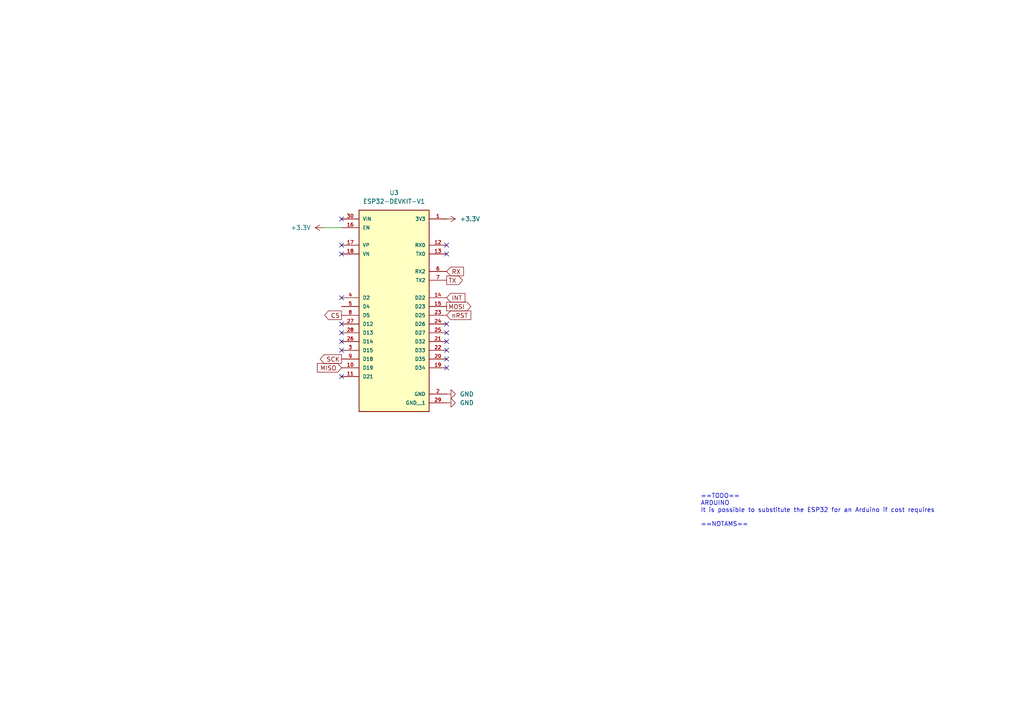
<source format=kicad_sch>
(kicad_sch
	(version 20231120)
	(generator "eeschema")
	(generator_version "8.0")
	(uuid "4d69bcd5-d629-4d6a-8a61-c418c88761fe")
	(paper "A4")
	(lib_symbols
		(symbol "ESP32-DEVKIT-V1:ESP32-DEVKIT-V1"
			(pin_names
				(offset 1.016)
			)
			(exclude_from_sim no)
			(in_bom yes)
			(on_board yes)
			(property "Reference" "U"
				(at -10.16 30.48 0)
				(effects
					(font
						(size 1.27 1.27)
					)
					(justify left top)
				)
			)
			(property "Value" "ESP32-DEVKIT-V1"
				(at -10.16 -33.02 0)
				(effects
					(font
						(size 1.27 1.27)
					)
					(justify left bottom)
				)
			)
			(property "Footprint" "ESP32-DEVKIT-V1:MODULE_ESP32_DEVKIT_V1"
				(at 0 0 0)
				(effects
					(font
						(size 1.27 1.27)
					)
					(justify bottom)
					(hide yes)
				)
			)
			(property "Datasheet" ""
				(at 0 0 0)
				(effects
					(font
						(size 1.27 1.27)
					)
					(hide yes)
				)
			)
			(property "Description" ""
				(at 0 0 0)
				(effects
					(font
						(size 1.27 1.27)
					)
					(hide yes)
				)
			)
			(property "MF" "Do it"
				(at 0 0 0)
				(effects
					(font
						(size 1.27 1.27)
					)
					(justify bottom)
					(hide yes)
				)
			)
			(property "MAXIMUM_PACKAGE_HEIGHT" "6.8 mm"
				(at 0 0 0)
				(effects
					(font
						(size 1.27 1.27)
					)
					(justify bottom)
					(hide yes)
				)
			)
			(property "Package" "None"
				(at 0 0 0)
				(effects
					(font
						(size 1.27 1.27)
					)
					(justify bottom)
					(hide yes)
				)
			)
			(property "Price" "None"
				(at 0 0 0)
				(effects
					(font
						(size 1.27 1.27)
					)
					(justify bottom)
					(hide yes)
				)
			)
			(property "Check_prices" "https://www.snapeda.com/parts/ESP32-DEVKIT-V1/Do+it/view-part/?ref=eda"
				(at 0 0 0)
				(effects
					(font
						(size 1.27 1.27)
					)
					(justify bottom)
					(hide yes)
				)
			)
			(property "STANDARD" "Manufacturer Recommendations"
				(at 0 0 0)
				(effects
					(font
						(size 1.27 1.27)
					)
					(justify bottom)
					(hide yes)
				)
			)
			(property "PARTREV" "N/A"
				(at 0 0 0)
				(effects
					(font
						(size 1.27 1.27)
					)
					(justify bottom)
					(hide yes)
				)
			)
			(property "SnapEDA_Link" "https://www.snapeda.com/parts/ESP32-DEVKIT-V1/Do+it/view-part/?ref=snap"
				(at 0 0 0)
				(effects
					(font
						(size 1.27 1.27)
					)
					(justify bottom)
					(hide yes)
				)
			)
			(property "MP" "ESP32-DEVKIT-V1"
				(at 0 0 0)
				(effects
					(font
						(size 1.27 1.27)
					)
					(justify bottom)
					(hide yes)
				)
			)
			(property "Description_1" "\nDual core, Wi-Fi: 2.4 GHz up to 150 Mbits/s,BLE (Bluetooth Low Energy) and legacy Bluetooth, 32 bits, Up to 240 MHz\n"
				(at 0 0 0)
				(effects
					(font
						(size 1.27 1.27)
					)
					(justify bottom)
					(hide yes)
				)
			)
			(property "Availability" "Not in stock"
				(at 0 0 0)
				(effects
					(font
						(size 1.27 1.27)
					)
					(justify bottom)
					(hide yes)
				)
			)
			(property "MANUFACTURER" "DOIT"
				(at 0 0 0)
				(effects
					(font
						(size 1.27 1.27)
					)
					(justify bottom)
					(hide yes)
				)
			)
			(symbol "ESP32-DEVKIT-V1_0_0"
				(rectangle
					(start -10.16 -30.48)
					(end 10.16 27.94)
					(stroke
						(width 0.254)
						(type default)
					)
					(fill
						(type background)
					)
				)
				(pin output line
					(at 15.24 25.4 180)
					(length 5.08)
					(name "3V3"
						(effects
							(font
								(size 1.016 1.016)
							)
						)
					)
					(number "1"
						(effects
							(font
								(size 1.016 1.016)
							)
						)
					)
				)
				(pin bidirectional line
					(at -15.24 -17.78 0)
					(length 5.08)
					(name "D19"
						(effects
							(font
								(size 1.016 1.016)
							)
						)
					)
					(number "10"
						(effects
							(font
								(size 1.016 1.016)
							)
						)
					)
				)
				(pin bidirectional line
					(at -15.24 -20.32 0)
					(length 5.08)
					(name "D21"
						(effects
							(font
								(size 1.016 1.016)
							)
						)
					)
					(number "11"
						(effects
							(font
								(size 1.016 1.016)
							)
						)
					)
				)
				(pin input line
					(at 15.24 17.78 180)
					(length 5.08)
					(name "RX0"
						(effects
							(font
								(size 1.016 1.016)
							)
						)
					)
					(number "12"
						(effects
							(font
								(size 1.016 1.016)
							)
						)
					)
				)
				(pin output line
					(at 15.24 15.24 180)
					(length 5.08)
					(name "TX0"
						(effects
							(font
								(size 1.016 1.016)
							)
						)
					)
					(number "13"
						(effects
							(font
								(size 1.016 1.016)
							)
						)
					)
				)
				(pin bidirectional line
					(at 15.24 2.54 180)
					(length 5.08)
					(name "D22"
						(effects
							(font
								(size 1.016 1.016)
							)
						)
					)
					(number "14"
						(effects
							(font
								(size 1.016 1.016)
							)
						)
					)
				)
				(pin bidirectional line
					(at 15.24 0 180)
					(length 5.08)
					(name "D23"
						(effects
							(font
								(size 1.016 1.016)
							)
						)
					)
					(number "15"
						(effects
							(font
								(size 1.016 1.016)
							)
						)
					)
				)
				(pin input line
					(at -15.24 22.86 0)
					(length 5.08)
					(name "EN"
						(effects
							(font
								(size 1.016 1.016)
							)
						)
					)
					(number "16"
						(effects
							(font
								(size 1.016 1.016)
							)
						)
					)
				)
				(pin bidirectional line
					(at -15.24 17.78 0)
					(length 5.08)
					(name "VP"
						(effects
							(font
								(size 1.016 1.016)
							)
						)
					)
					(number "17"
						(effects
							(font
								(size 1.016 1.016)
							)
						)
					)
				)
				(pin bidirectional line
					(at -15.24 15.24 0)
					(length 5.08)
					(name "VN"
						(effects
							(font
								(size 1.016 1.016)
							)
						)
					)
					(number "18"
						(effects
							(font
								(size 1.016 1.016)
							)
						)
					)
				)
				(pin bidirectional line
					(at 15.24 -17.78 180)
					(length 5.08)
					(name "D34"
						(effects
							(font
								(size 1.016 1.016)
							)
						)
					)
					(number "19"
						(effects
							(font
								(size 1.016 1.016)
							)
						)
					)
				)
				(pin power_in line
					(at 15.24 -25.4 180)
					(length 5.08)
					(name "GND"
						(effects
							(font
								(size 1.016 1.016)
							)
						)
					)
					(number "2"
						(effects
							(font
								(size 1.016 1.016)
							)
						)
					)
				)
				(pin bidirectional line
					(at 15.24 -15.24 180)
					(length 5.08)
					(name "D35"
						(effects
							(font
								(size 1.016 1.016)
							)
						)
					)
					(number "20"
						(effects
							(font
								(size 1.016 1.016)
							)
						)
					)
				)
				(pin bidirectional line
					(at 15.24 -10.16 180)
					(length 5.08)
					(name "D32"
						(effects
							(font
								(size 1.016 1.016)
							)
						)
					)
					(number "21"
						(effects
							(font
								(size 1.016 1.016)
							)
						)
					)
				)
				(pin bidirectional line
					(at 15.24 -12.7 180)
					(length 5.08)
					(name "D33"
						(effects
							(font
								(size 1.016 1.016)
							)
						)
					)
					(number "22"
						(effects
							(font
								(size 1.016 1.016)
							)
						)
					)
				)
				(pin bidirectional line
					(at 15.24 -2.54 180)
					(length 5.08)
					(name "D25"
						(effects
							(font
								(size 1.016 1.016)
							)
						)
					)
					(number "23"
						(effects
							(font
								(size 1.016 1.016)
							)
						)
					)
				)
				(pin bidirectional line
					(at 15.24 -5.08 180)
					(length 5.08)
					(name "D26"
						(effects
							(font
								(size 1.016 1.016)
							)
						)
					)
					(number "24"
						(effects
							(font
								(size 1.016 1.016)
							)
						)
					)
				)
				(pin bidirectional line
					(at 15.24 -7.62 180)
					(length 5.08)
					(name "D27"
						(effects
							(font
								(size 1.016 1.016)
							)
						)
					)
					(number "25"
						(effects
							(font
								(size 1.016 1.016)
							)
						)
					)
				)
				(pin bidirectional line
					(at -15.24 -10.16 0)
					(length 5.08)
					(name "D14"
						(effects
							(font
								(size 1.016 1.016)
							)
						)
					)
					(number "26"
						(effects
							(font
								(size 1.016 1.016)
							)
						)
					)
				)
				(pin bidirectional line
					(at -15.24 -5.08 0)
					(length 5.08)
					(name "D12"
						(effects
							(font
								(size 1.016 1.016)
							)
						)
					)
					(number "27"
						(effects
							(font
								(size 1.016 1.016)
							)
						)
					)
				)
				(pin bidirectional line
					(at -15.24 -7.62 0)
					(length 5.08)
					(name "D13"
						(effects
							(font
								(size 1.016 1.016)
							)
						)
					)
					(number "28"
						(effects
							(font
								(size 1.016 1.016)
							)
						)
					)
				)
				(pin power_in line
					(at 15.24 -27.94 180)
					(length 5.08)
					(name "GND__1"
						(effects
							(font
								(size 1.016 1.016)
							)
						)
					)
					(number "29"
						(effects
							(font
								(size 1.016 1.016)
							)
						)
					)
				)
				(pin bidirectional line
					(at -15.24 -12.7 0)
					(length 5.08)
					(name "D15"
						(effects
							(font
								(size 1.016 1.016)
							)
						)
					)
					(number "3"
						(effects
							(font
								(size 1.016 1.016)
							)
						)
					)
				)
				(pin input line
					(at -15.24 25.4 0)
					(length 5.08)
					(name "VIN"
						(effects
							(font
								(size 1.016 1.016)
							)
						)
					)
					(number "30"
						(effects
							(font
								(size 1.016 1.016)
							)
						)
					)
				)
				(pin bidirectional line
					(at -15.24 2.54 0)
					(length 5.08)
					(name "D2"
						(effects
							(font
								(size 1.016 1.016)
							)
						)
					)
					(number "4"
						(effects
							(font
								(size 1.016 1.016)
							)
						)
					)
				)
				(pin bidirectional line
					(at -15.24 0 0)
					(length 5.08)
					(name "D4"
						(effects
							(font
								(size 1.016 1.016)
							)
						)
					)
					(number "5"
						(effects
							(font
								(size 1.016 1.016)
							)
						)
					)
				)
				(pin input line
					(at 15.24 10.16 180)
					(length 5.08)
					(name "RX2"
						(effects
							(font
								(size 1.016 1.016)
							)
						)
					)
					(number "6"
						(effects
							(font
								(size 1.016 1.016)
							)
						)
					)
				)
				(pin output line
					(at 15.24 7.62 180)
					(length 5.08)
					(name "TX2"
						(effects
							(font
								(size 1.016 1.016)
							)
						)
					)
					(number "7"
						(effects
							(font
								(size 1.016 1.016)
							)
						)
					)
				)
				(pin bidirectional line
					(at -15.24 -2.54 0)
					(length 5.08)
					(name "D5"
						(effects
							(font
								(size 1.016 1.016)
							)
						)
					)
					(number "8"
						(effects
							(font
								(size 1.016 1.016)
							)
						)
					)
				)
				(pin bidirectional line
					(at -15.24 -15.24 0)
					(length 5.08)
					(name "D18"
						(effects
							(font
								(size 1.016 1.016)
							)
						)
					)
					(number "9"
						(effects
							(font
								(size 1.016 1.016)
							)
						)
					)
				)
			)
		)
		(symbol "power:+3.3V"
			(power)
			(pin_numbers hide)
			(pin_names
				(offset 0) hide)
			(exclude_from_sim no)
			(in_bom yes)
			(on_board yes)
			(property "Reference" "#PWR"
				(at 0 -3.81 0)
				(effects
					(font
						(size 1.27 1.27)
					)
					(hide yes)
				)
			)
			(property "Value" "+3.3V"
				(at 0 3.556 0)
				(effects
					(font
						(size 1.27 1.27)
					)
				)
			)
			(property "Footprint" ""
				(at 0 0 0)
				(effects
					(font
						(size 1.27 1.27)
					)
					(hide yes)
				)
			)
			(property "Datasheet" ""
				(at 0 0 0)
				(effects
					(font
						(size 1.27 1.27)
					)
					(hide yes)
				)
			)
			(property "Description" "Power symbol creates a global label with name \"+3.3V\""
				(at 0 0 0)
				(effects
					(font
						(size 1.27 1.27)
					)
					(hide yes)
				)
			)
			(property "ki_keywords" "global power"
				(at 0 0 0)
				(effects
					(font
						(size 1.27 1.27)
					)
					(hide yes)
				)
			)
			(symbol "+3.3V_0_1"
				(polyline
					(pts
						(xy -0.762 1.27) (xy 0 2.54)
					)
					(stroke
						(width 0)
						(type default)
					)
					(fill
						(type none)
					)
				)
				(polyline
					(pts
						(xy 0 0) (xy 0 2.54)
					)
					(stroke
						(width 0)
						(type default)
					)
					(fill
						(type none)
					)
				)
				(polyline
					(pts
						(xy 0 2.54) (xy 0.762 1.27)
					)
					(stroke
						(width 0)
						(type default)
					)
					(fill
						(type none)
					)
				)
			)
			(symbol "+3.3V_1_1"
				(pin power_in line
					(at 0 0 90)
					(length 0)
					(name "~"
						(effects
							(font
								(size 1.27 1.27)
							)
						)
					)
					(number "1"
						(effects
							(font
								(size 1.27 1.27)
							)
						)
					)
				)
			)
		)
		(symbol "power:GND"
			(power)
			(pin_numbers hide)
			(pin_names
				(offset 0) hide)
			(exclude_from_sim no)
			(in_bom yes)
			(on_board yes)
			(property "Reference" "#PWR"
				(at 0 -6.35 0)
				(effects
					(font
						(size 1.27 1.27)
					)
					(hide yes)
				)
			)
			(property "Value" "GND"
				(at 0 -3.81 0)
				(effects
					(font
						(size 1.27 1.27)
					)
				)
			)
			(property "Footprint" ""
				(at 0 0 0)
				(effects
					(font
						(size 1.27 1.27)
					)
					(hide yes)
				)
			)
			(property "Datasheet" ""
				(at 0 0 0)
				(effects
					(font
						(size 1.27 1.27)
					)
					(hide yes)
				)
			)
			(property "Description" "Power symbol creates a global label with name \"GND\" , ground"
				(at 0 0 0)
				(effects
					(font
						(size 1.27 1.27)
					)
					(hide yes)
				)
			)
			(property "ki_keywords" "global power"
				(at 0 0 0)
				(effects
					(font
						(size 1.27 1.27)
					)
					(hide yes)
				)
			)
			(symbol "GND_0_1"
				(polyline
					(pts
						(xy 0 0) (xy 0 -1.27) (xy 1.27 -1.27) (xy 0 -2.54) (xy -1.27 -1.27) (xy 0 -1.27)
					)
					(stroke
						(width 0)
						(type default)
					)
					(fill
						(type none)
					)
				)
			)
			(symbol "GND_1_1"
				(pin power_in line
					(at 0 0 270)
					(length 0)
					(name "~"
						(effects
							(font
								(size 1.27 1.27)
							)
						)
					)
					(number "1"
						(effects
							(font
								(size 1.27 1.27)
							)
						)
					)
				)
			)
		)
	)
	(no_connect
		(at 99.06 71.12)
		(uuid "2624ed7e-0feb-4339-89e2-616d3e772ee1")
	)
	(no_connect
		(at 129.54 96.52)
		(uuid "64c8c368-0ca3-46d4-981a-de80dc966c61")
	)
	(no_connect
		(at 99.06 93.98)
		(uuid "65b5a0c1-03c6-480c-9695-f5dac0402720")
	)
	(no_connect
		(at 129.54 99.06)
		(uuid "710bbb62-2eef-4b06-9164-23682831fa84")
	)
	(no_connect
		(at 99.06 96.52)
		(uuid "736b7ade-8cf8-42c1-af4b-f680a6d1767b")
	)
	(no_connect
		(at 129.54 71.12)
		(uuid "822b2c23-9448-428d-83eb-a5f7d2a69f3b")
	)
	(no_connect
		(at 129.54 106.68)
		(uuid "95af490b-d4b1-43e5-aea2-448b47ae9464")
	)
	(no_connect
		(at 99.06 109.22)
		(uuid "97d09d10-ab06-47e4-8ecd-167b544e91c1")
	)
	(no_connect
		(at 99.06 73.66)
		(uuid "99ec9a4d-0e23-44df-85b0-3800c046d5e4")
	)
	(no_connect
		(at 129.54 93.98)
		(uuid "ba05ca99-5f8a-41d3-9231-02c9525193cf")
	)
	(no_connect
		(at 99.06 99.06)
		(uuid "d9baae52-10bb-49f9-bf54-dc2a55a21caa")
	)
	(no_connect
		(at 129.54 104.14)
		(uuid "f2a2f630-8ccc-4c55-b3bb-dd67c19c60f2")
	)
	(no_connect
		(at 99.06 86.36)
		(uuid "f5562471-404b-4bbe-99b8-ee3f2b1e9d4a")
	)
	(no_connect
		(at 99.06 101.6)
		(uuid "f5cc7129-3cd0-45b6-9124-f0dbf92b90c7")
	)
	(no_connect
		(at 99.06 63.5)
		(uuid "f7e49b27-d641-4bdd-bc2c-bd3c07b18a07")
	)
	(no_connect
		(at 129.54 73.66)
		(uuid "fa7567dc-e9fa-423d-9f9a-315948072a9d")
	)
	(no_connect
		(at 129.54 101.6)
		(uuid "fae4365e-fbf5-499d-9c17-9443785082a7")
	)
	(wire
		(pts
			(xy 93.98 66.04) (xy 99.06 66.04)
		)
		(stroke
			(width 0)
			(type default)
		)
		(uuid "e31287d0-1625-4786-b484-2d86ee9c2daa")
	)
	(text "==TODO==\nARDUINO\nIt is possible to substitute the ESP32 for an Arduino if cost requires\n\n==NOTAMS==\n"
		(exclude_from_sim no)
		(at 203.2 148.082 0)
		(effects
			(font
				(size 1.27 1.27)
			)
			(justify left)
		)
		(uuid "7ce82da6-0722-4d80-be0a-1c0236902307")
	)
	(global_label "TX"
		(shape output)
		(at 129.54 81.28 0)
		(fields_autoplaced yes)
		(effects
			(font
				(size 1.27 1.27)
			)
			(justify left)
		)
		(uuid "121562e4-00d0-40bf-ad66-4a8a00d0a6d6")
		(property "Intersheetrefs" "${INTERSHEET_REFS}"
			(at 134.7023 81.28 0)
			(effects
				(font
					(size 1.27 1.27)
				)
				(justify left)
				(hide yes)
			)
		)
	)
	(global_label "MOSI"
		(shape output)
		(at 129.54 88.9 0)
		(fields_autoplaced yes)
		(effects
			(font
				(size 1.27 1.27)
			)
			(justify left)
		)
		(uuid "16b6fa62-e324-4ccc-a345-01cdfdb0bee3")
		(property "Intersheetrefs" "${INTERSHEET_REFS}"
			(at 137.1214 88.9 0)
			(effects
				(font
					(size 1.27 1.27)
				)
				(justify left)
				(hide yes)
			)
		)
	)
	(global_label "RX"
		(shape input)
		(at 129.54 78.74 0)
		(fields_autoplaced yes)
		(effects
			(font
				(size 1.27 1.27)
			)
			(justify left)
		)
		(uuid "1d18b845-6843-4a5b-bcb1-ff2bd076b11b")
		(property "Intersheetrefs" "${INTERSHEET_REFS}"
			(at 135.0047 78.74 0)
			(effects
				(font
					(size 1.27 1.27)
				)
				(justify left)
				(hide yes)
			)
		)
	)
	(global_label "INT"
		(shape input)
		(at 129.54 86.36 0)
		(fields_autoplaced yes)
		(effects
			(font
				(size 1.27 1.27)
			)
			(justify left)
		)
		(uuid "220ae122-f01a-472e-b827-b833c01876f4")
		(property "Intersheetrefs" "${INTERSHEET_REFS}"
			(at 135.4281 86.36 0)
			(effects
				(font
					(size 1.27 1.27)
				)
				(justify left)
				(hide yes)
			)
		)
	)
	(global_label "CS"
		(shape output)
		(at 99.06 91.44 180)
		(fields_autoplaced yes)
		(effects
			(font
				(size 1.27 1.27)
			)
			(justify right)
		)
		(uuid "9bc25874-0e9e-4752-9b6b-792f7f01392e")
		(property "Intersheetrefs" "${INTERSHEET_REFS}"
			(at 93.5953 91.44 0)
			(effects
				(font
					(size 1.27 1.27)
				)
				(justify right)
				(hide yes)
			)
		)
	)
	(global_label "nRST"
		(shape input)
		(at 129.54 91.44 0)
		(fields_autoplaced yes)
		(effects
			(font
				(size 1.27 1.27)
			)
			(justify left)
		)
		(uuid "d2ea620d-1afd-4a32-aa02-1fe8995ed4f4")
		(property "Intersheetrefs" "${INTERSHEET_REFS}"
			(at 137.1213 91.44 0)
			(effects
				(font
					(size 1.27 1.27)
				)
				(justify left)
				(hide yes)
			)
		)
	)
	(global_label "SCK"
		(shape output)
		(at 99.06 104.14 180)
		(fields_autoplaced yes)
		(effects
			(font
				(size 1.27 1.27)
			)
			(justify right)
		)
		(uuid "da344d09-2316-4530-b288-81540ead3741")
		(property "Intersheetrefs" "${INTERSHEET_REFS}"
			(at 92.3253 104.14 0)
			(effects
				(font
					(size 1.27 1.27)
				)
				(justify right)
				(hide yes)
			)
		)
	)
	(global_label "MISO"
		(shape input)
		(at 99.06 106.68 180)
		(fields_autoplaced yes)
		(effects
			(font
				(size 1.27 1.27)
			)
			(justify right)
		)
		(uuid "fbdc8b53-18da-47bb-8dbe-41db864d9d37")
		(property "Intersheetrefs" "${INTERSHEET_REFS}"
			(at 91.4786 106.68 0)
			(effects
				(font
					(size 1.27 1.27)
				)
				(justify right)
				(hide yes)
			)
		)
	)
	(symbol
		(lib_id "power:GND")
		(at 129.54 116.84 90)
		(unit 1)
		(exclude_from_sim no)
		(in_bom yes)
		(on_board yes)
		(dnp no)
		(fields_autoplaced yes)
		(uuid "05fd0cd4-311d-4d65-9d96-e4cebbfac691")
		(property "Reference" "#PWR033"
			(at 135.89 116.84 0)
			(effects
				(font
					(size 1.27 1.27)
				)
				(hide yes)
			)
		)
		(property "Value" "GND"
			(at 133.35 116.8399 90)
			(effects
				(font
					(size 1.27 1.27)
				)
				(justify right)
			)
		)
		(property "Footprint" ""
			(at 129.54 116.84 0)
			(effects
				(font
					(size 1.27 1.27)
				)
				(hide yes)
			)
		)
		(property "Datasheet" ""
			(at 129.54 116.84 0)
			(effects
				(font
					(size 1.27 1.27)
				)
				(hide yes)
			)
		)
		(property "Description" "Power symbol creates a global label with name \"GND\" , ground"
			(at 129.54 116.84 0)
			(effects
				(font
					(size 1.27 1.27)
				)
				(hide yes)
			)
		)
		(pin "1"
			(uuid "2a51de26-fd4e-4d13-a71a-7c819f2d1986")
		)
		(instances
			(project "modvolt"
				(path "/2323f1e2-9577-4118-b908-c70c0bd96db3/dac3e47f-b2be-4b05-bc4b-104b42b5fce8"
					(reference "#PWR033")
					(unit 1)
				)
			)
		)
	)
	(symbol
		(lib_id "ESP32-DEVKIT-V1:ESP32-DEVKIT-V1")
		(at 114.3 88.9 0)
		(unit 1)
		(exclude_from_sim no)
		(in_bom yes)
		(on_board yes)
		(dnp no)
		(fields_autoplaced yes)
		(uuid "19b83bdd-9c3c-4f3f-a40d-6aff7bdfddc4")
		(property "Reference" "U3"
			(at 114.3 55.88 0)
			(effects
				(font
					(size 1.27 1.27)
				)
			)
		)
		(property "Value" "ESP32-DEVKIT-V1"
			(at 114.3 58.42 0)
			(effects
				(font
					(size 1.27 1.27)
				)
			)
		)
		(property "Footprint" "footprints:MODULE_ESP32_DEVKIT_V1"
			(at 114.3 88.9 0)
			(effects
				(font
					(size 1.27 1.27)
				)
				(justify bottom)
				(hide yes)
			)
		)
		(property "Datasheet" ""
			(at 114.3 88.9 0)
			(effects
				(font
					(size 1.27 1.27)
				)
				(hide yes)
			)
		)
		(property "Description" ""
			(at 114.3 88.9 0)
			(effects
				(font
					(size 1.27 1.27)
				)
				(hide yes)
			)
		)
		(property "MF" "Do it"
			(at 114.3 88.9 0)
			(effects
				(font
					(size 1.27 1.27)
				)
				(justify bottom)
				(hide yes)
			)
		)
		(property "MAXIMUM_PACKAGE_HEIGHT" "6.8 mm"
			(at 114.3 88.9 0)
			(effects
				(font
					(size 1.27 1.27)
				)
				(justify bottom)
				(hide yes)
			)
		)
		(property "Package" "None"
			(at 114.3 88.9 0)
			(effects
				(font
					(size 1.27 1.27)
				)
				(justify bottom)
				(hide yes)
			)
		)
		(property "Price" "None"
			(at 114.3 88.9 0)
			(effects
				(font
					(size 1.27 1.27)
				)
				(justify bottom)
				(hide yes)
			)
		)
		(property "Check_prices" "https://www.snapeda.com/parts/ESP32-DEVKIT-V1/Do+it/view-part/?ref=eda"
			(at 114.3 88.9 0)
			(effects
				(font
					(size 1.27 1.27)
				)
				(justify bottom)
				(hide yes)
			)
		)
		(property "STANDARD" "Manufacturer Recommendations"
			(at 114.3 88.9 0)
			(effects
				(font
					(size 1.27 1.27)
				)
				(justify bottom)
				(hide yes)
			)
		)
		(property "PARTREV" "N/A"
			(at 114.3 88.9 0)
			(effects
				(font
					(size 1.27 1.27)
				)
				(justify bottom)
				(hide yes)
			)
		)
		(property "SnapEDA_Link" "https://www.snapeda.com/parts/ESP32-DEVKIT-V1/Do+it/view-part/?ref=snap"
			(at 114.3 88.9 0)
			(effects
				(font
					(size 1.27 1.27)
				)
				(justify bottom)
				(hide yes)
			)
		)
		(property "MP" "ESP32-DEVKIT-V1"
			(at 114.3 88.9 0)
			(effects
				(font
					(size 1.27 1.27)
				)
				(justify bottom)
				(hide yes)
			)
		)
		(property "Description_1" "\nDual core, Wi-Fi: 2.4 GHz up to 150 Mbits/s,BLE (Bluetooth Low Energy) and legacy Bluetooth, 32 bits, Up to 240 MHz\n"
			(at 114.3 88.9 0)
			(effects
				(font
					(size 1.27 1.27)
				)
				(justify bottom)
				(hide yes)
			)
		)
		(property "Availability" "Not in stock"
			(at 114.3 88.9 0)
			(effects
				(font
					(size 1.27 1.27)
				)
				(justify bottom)
				(hide yes)
			)
		)
		(property "MANUFACTURER" "DOIT"
			(at 114.3 88.9 0)
			(effects
				(font
					(size 1.27 1.27)
				)
				(justify bottom)
				(hide yes)
			)
		)
		(pin "7"
			(uuid "7ed0fe49-6977-47d6-a325-edb66a7d6705")
		)
		(pin "12"
			(uuid "047933cd-5c31-491a-b206-693cb26285c8")
		)
		(pin "20"
			(uuid "78098bd9-ac28-4399-b2dd-e5b07553b5fb")
		)
		(pin "26"
			(uuid "8a31bef4-edcd-4d4c-914d-7efb1b1c76a2")
		)
		(pin "23"
			(uuid "eadb2a93-324f-4c2c-93a0-1dc1bee51fba")
		)
		(pin "15"
			(uuid "ccf10097-d867-4921-a166-0830d5872dc2")
		)
		(pin "25"
			(uuid "8cc1024a-9c79-4cb1-9d11-a4a909bd51d1")
		)
		(pin "18"
			(uuid "c0462159-b5ca-4f95-a737-9076a3ed2a15")
		)
		(pin "3"
			(uuid "8e8c1c44-e335-4d87-9097-39a0cfc25b12")
		)
		(pin "21"
			(uuid "09836f2a-35b4-44c5-98db-67a188795310")
		)
		(pin "6"
			(uuid "81ae8f69-28de-4a1f-bab8-35c00a00f2f4")
		)
		(pin "8"
			(uuid "7800eeb5-2542-4a06-82ae-2fa2ba009ab3")
		)
		(pin "27"
			(uuid "f7f84015-a705-4caf-a7e4-d511b511a19d")
		)
		(pin "16"
			(uuid "c3214095-706b-453b-928b-ba7b844433da")
		)
		(pin "19"
			(uuid "46d41330-371c-45c1-9c56-10d0cfbab70d")
		)
		(pin "29"
			(uuid "b6c1541c-f759-4c47-a46a-30346e8de18e")
		)
		(pin "30"
			(uuid "00c5461d-345c-49a4-93bb-340a29cea30c")
		)
		(pin "4"
			(uuid "e605af39-9041-45ee-98bc-bb7e372f6f77")
		)
		(pin "10"
			(uuid "0a0aef26-381f-465f-b867-5e07e3f650d9")
		)
		(pin "11"
			(uuid "ab8c34be-5f41-4fa3-b5eb-ef814388306a")
		)
		(pin "1"
			(uuid "1713bf2d-d149-4d66-a338-5b6a97f9fe76")
		)
		(pin "2"
			(uuid "8e0852f3-ed26-4e76-ab02-56f3f884957d")
		)
		(pin "24"
			(uuid "56550525-9cb3-409b-8d95-fd3ba7943837")
		)
		(pin "13"
			(uuid "81199809-c2db-4ee3-8b15-fdde96d6dc20")
		)
		(pin "22"
			(uuid "03fc46a1-c5c6-44b9-b408-f2d2eb26ce0b")
		)
		(pin "9"
			(uuid "faa2e755-d61f-441b-aee5-dd7ae697e515")
		)
		(pin "14"
			(uuid "6b70283b-3c7f-41ac-ac1d-070bb39ad4c0")
		)
		(pin "17"
			(uuid "cb4efa63-5424-456e-bb79-dc75cd073d0e")
		)
		(pin "28"
			(uuid "44a10fb7-cfc7-4fe5-97ce-068514f7a183")
		)
		(pin "5"
			(uuid "22f9c9cd-3fac-446f-80d7-3d1f193a15bb")
		)
		(instances
			(project ""
				(path "/2323f1e2-9577-4118-b908-c70c0bd96db3/dac3e47f-b2be-4b05-bc4b-104b42b5fce8"
					(reference "U3")
					(unit 1)
				)
			)
		)
	)
	(symbol
		(lib_id "power:+3.3V")
		(at 93.98 66.04 90)
		(unit 1)
		(exclude_from_sim no)
		(in_bom yes)
		(on_board yes)
		(dnp no)
		(fields_autoplaced yes)
		(uuid "3c3bdb92-88d6-4e6b-9fc3-7ba4b3c390b3")
		(property "Reference" "#PWR031"
			(at 97.79 66.04 0)
			(effects
				(font
					(size 1.27 1.27)
				)
				(hide yes)
			)
		)
		(property "Value" "+3.3V"
			(at 90.17 66.0399 90)
			(effects
				(font
					(size 1.27 1.27)
				)
				(justify left)
			)
		)
		(property "Footprint" ""
			(at 93.98 66.04 0)
			(effects
				(font
					(size 1.27 1.27)
				)
				(hide yes)
			)
		)
		(property "Datasheet" ""
			(at 93.98 66.04 0)
			(effects
				(font
					(size 1.27 1.27)
				)
				(hide yes)
			)
		)
		(property "Description" "Power symbol creates a global label with name \"+3.3V\""
			(at 93.98 66.04 0)
			(effects
				(font
					(size 1.27 1.27)
				)
				(hide yes)
			)
		)
		(pin "1"
			(uuid "75d0da9d-e576-4412-a70f-d378f1f7ddb3")
		)
		(instances
			(project "modvolt"
				(path "/2323f1e2-9577-4118-b908-c70c0bd96db3/dac3e47f-b2be-4b05-bc4b-104b42b5fce8"
					(reference "#PWR031")
					(unit 1)
				)
			)
		)
	)
	(symbol
		(lib_id "power:+3.3V")
		(at 129.54 63.5 270)
		(unit 1)
		(exclude_from_sim no)
		(in_bom yes)
		(on_board yes)
		(dnp no)
		(fields_autoplaced yes)
		(uuid "b2c44cfa-6024-4a24-9e15-90f9f0782c4a")
		(property "Reference" "#PWR030"
			(at 125.73 63.5 0)
			(effects
				(font
					(size 1.27 1.27)
				)
				(hide yes)
			)
		)
		(property "Value" "+3.3V"
			(at 133.35 63.4999 90)
			(effects
				(font
					(size 1.27 1.27)
				)
				(justify left)
			)
		)
		(property "Footprint" ""
			(at 129.54 63.5 0)
			(effects
				(font
					(size 1.27 1.27)
				)
				(hide yes)
			)
		)
		(property "Datasheet" ""
			(at 129.54 63.5 0)
			(effects
				(font
					(size 1.27 1.27)
				)
				(hide yes)
			)
		)
		(property "Description" "Power symbol creates a global label with name \"+3.3V\""
			(at 129.54 63.5 0)
			(effects
				(font
					(size 1.27 1.27)
				)
				(hide yes)
			)
		)
		(pin "1"
			(uuid "205b557f-9ccf-49cd-8c78-4ad7c2ea1b02")
		)
		(instances
			(project ""
				(path "/2323f1e2-9577-4118-b908-c70c0bd96db3/dac3e47f-b2be-4b05-bc4b-104b42b5fce8"
					(reference "#PWR030")
					(unit 1)
				)
			)
		)
	)
	(symbol
		(lib_id "power:GND")
		(at 129.54 114.3 90)
		(unit 1)
		(exclude_from_sim no)
		(in_bom yes)
		(on_board yes)
		(dnp no)
		(fields_autoplaced yes)
		(uuid "faf83366-ad97-42ef-a251-c2c53af43245")
		(property "Reference" "#PWR032"
			(at 135.89 114.3 0)
			(effects
				(font
					(size 1.27 1.27)
				)
				(hide yes)
			)
		)
		(property "Value" "GND"
			(at 133.35 114.2999 90)
			(effects
				(font
					(size 1.27 1.27)
				)
				(justify right)
			)
		)
		(property "Footprint" ""
			(at 129.54 114.3 0)
			(effects
				(font
					(size 1.27 1.27)
				)
				(hide yes)
			)
		)
		(property "Datasheet" ""
			(at 129.54 114.3 0)
			(effects
				(font
					(size 1.27 1.27)
				)
				(hide yes)
			)
		)
		(property "Description" "Power symbol creates a global label with name \"GND\" , ground"
			(at 129.54 114.3 0)
			(effects
				(font
					(size 1.27 1.27)
				)
				(hide yes)
			)
		)
		(pin "1"
			(uuid "b6939abc-ab22-471b-94bf-e96413388037")
		)
		(instances
			(project ""
				(path "/2323f1e2-9577-4118-b908-c70c0bd96db3/dac3e47f-b2be-4b05-bc4b-104b42b5fce8"
					(reference "#PWR032")
					(unit 1)
				)
			)
		)
	)
)

</source>
